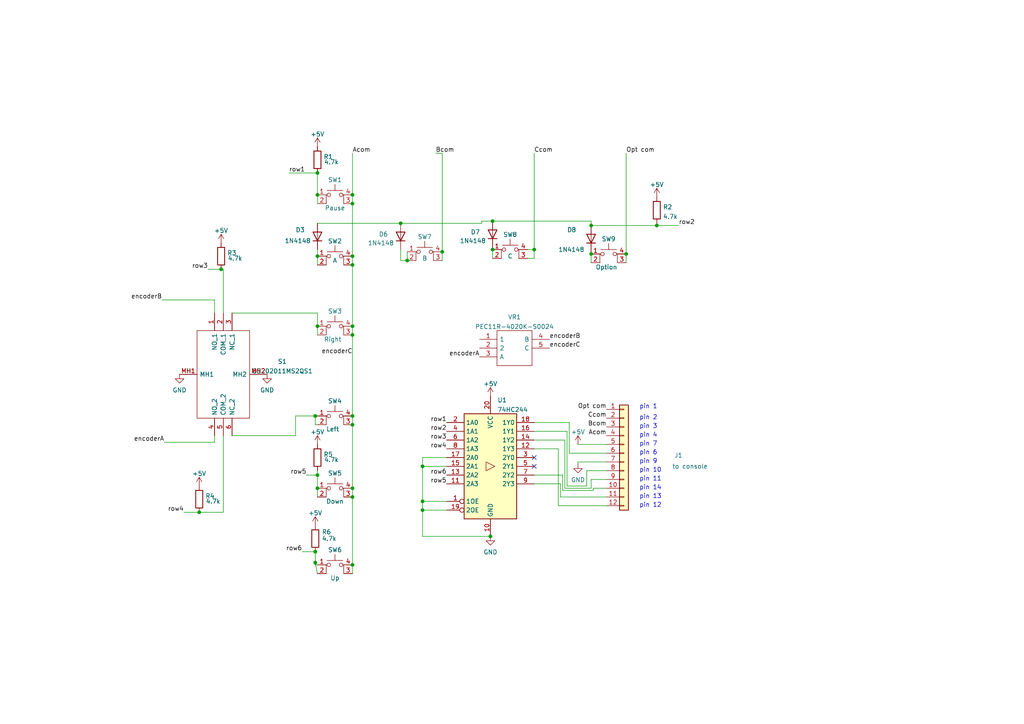
<source format=kicad_sch>
(kicad_sch (version 20211123) (generator eeschema)
  (paper "A4")
  (lib_symbols
    (symbol "74xx:74HC244"
      (property "Reference" "U" (at -7.62 16.51 0))
      (property "Value" "74HC244" (at -7.62 -16.51 0))
      (symbol "74HC244_1_0"
        (polyline (pts (xy 1.27 0) (xy -1.27 1.27) (xy -1.27 -1.27) (xy 1.27 0)) (stroke (width 0.1524)))
        (pin input inverted (at -12.7 -10.16 0) (length 5.08) (name "1OE") (number "1"))
        (pin power_in line (at 0 -20.32 90) (length 5.08) (name "GND") (number "10"))
        (pin input line (at -12.7 -5.08 0) (length 5.08) (name "2A3") (number "11"))
        (pin tri_state line (at 12.7 5.08 180) (length 5.08) (name "1Y3") (number "12"))
        (pin input line (at -12.7 -2.54 0) (length 5.08) (name "2A2") (number "13"))
        (pin tri_state line (at 12.7 7.62 180) (length 5.08) (name "1Y2") (number "14"))
        (pin input line (at -12.7 0 0) (length 5.08) (name "2A1") (number "15"))
        (pin tri_state line (at 12.7 10.16 180) (length 5.08) (name "1Y1") (number "16"))
        (pin input line (at -12.7 2.54 0) (length 5.08) (name "2A0") (number "17"))
        (pin tri_state line (at 12.7 12.7 180) (length 5.08) (name "1Y0") (number "18"))
        (pin input inverted (at -12.7 -12.7 0) (length 5.08) (name "2OE") (number "19"))
        (pin input line (at -12.7 12.7 0) (length 5.08) (name "1A0") (number "2"))
        (pin power_in line (at 0 20.32 270) (length 5.08) (name "VCC") (number "20"))
        (pin tri_state line (at 12.7 2.54 180) (length 5.08) (name "2Y0") (number "3"))
        (pin input line (at -12.7 10.16 0) (length 5.08) (name "1A1") (number "4"))
        (pin tri_state line (at 12.7 0 180) (length 5.08) (name "2Y1") (number "5"))
        (pin input line (at -12.7 7.62 0) (length 5.08) (name "1A2") (number "6"))
        (pin tri_state line (at 12.7 -2.54 180) (length 5.08) (name "2Y2") (number "7"))
        (pin input line (at -12.7 5.08 0) (length 5.08) (name "1A3") (number "8"))
        (pin tri_state line (at 12.7 -5.08 180) (length 5.08) (name "2Y3") (number "9"))
      )
      (symbol "74HC244_1_1"
        (rectangle (start -7.62 15.24) (end 7.62 -15.24) (stroke (width 0.254)) (fill (type background)))
      )
    )
    (symbol "Connector_Generic:Conn_01x12" (pin_names (offset 1.016) hide)
      (property "Reference" "J" (at 0 15.24 0))
      (property "Value" "Conn_01x12" (at 0 -17.78 0))
      (symbol "Conn_01x12_1_1"
        (rectangle (start -1.27 -15.113) (end 0 -15.367) (stroke (width 0.1524)))
        (rectangle (start -1.27 -12.573) (end 0 -12.827) (stroke (width 0.1524)))
        (rectangle (start -1.27 -10.033) (end 0 -10.287) (stroke (width 0.1524)))
        (rectangle (start -1.27 -7.493) (end 0 -7.747) (stroke (width 0.1524)))
        (rectangle (start -1.27 -4.953) (end 0 -5.207) (stroke (width 0.1524)))
        (rectangle (start -1.27 -2.413) (end 0 -2.667) (stroke (width 0.1524)))
        (rectangle (start -1.27 0.127) (end 0 -0.127) (stroke (width 0.1524)))
        (rectangle (start -1.27 2.667) (end 0 2.413) (stroke (width 0.1524)))
        (rectangle (start -1.27 5.207) (end 0 4.953) (stroke (width 0.1524)))
        (rectangle (start -1.27 7.747) (end 0 7.493) (stroke (width 0.1524)))
        (rectangle (start -1.27 10.287) (end 0 10.033) (stroke (width 0.1524)))
        (rectangle (start -1.27 12.827) (end 0 12.573) (stroke (width 0.1524)))
        (rectangle (start -1.27 13.97) (end 1.27 -16.51) (stroke (width 0.254)) (fill (type background)))
        (pin passive line (at -5.08 12.7 0) (length 3.81) (name "Pin_1") (number "1"))
        (pin passive line (at -5.08 -10.16 0) (length 3.81) (name "Pin_10") (number "10"))
        (pin passive line (at -5.08 -12.7 0) (length 3.81) (name "Pin_11") (number "11"))
        (pin passive line (at -5.08 -15.24 0) (length 3.81) (name "Pin_12") (number "12"))
        (pin passive line (at -5.08 10.16 0) (length 3.81) (name "Pin_2") (number "2"))
        (pin passive line (at -5.08 7.62 0) (length 3.81) (name "Pin_3") (number "3"))
        (pin passive line (at -5.08 5.08 0) (length 3.81) (name "Pin_4") (number "4"))
        (pin passive line (at -5.08 2.54 0) (length 3.81) (name "Pin_5") (number "5"))
        (pin passive line (at -5.08 0 0) (length 3.81) (name "Pin_6") (number "6"))
        (pin passive line (at -5.08 -2.54 0) (length 3.81) (name "Pin_7") (number "7"))
        (pin passive line (at -5.08 -5.08 0) (length 3.81) (name "Pin_8") (number "8"))
        (pin passive line (at -5.08 -7.62 0) (length 3.81) (name "Pin_9") (number "9"))
      )
    )
    (symbol "Device:R" (pin_numbers hide) (pin_names (offset 0))
      (property "Reference" "R" (at 2.032 0 90))
      (property "Value" "R" (at 0 0 90))
      (symbol "R_0_1"
        (rectangle (start -1.016 -2.54) (end 1.016 2.54) (stroke (width 0.254)))
      )
      (symbol "R_1_1"
        (pin passive line (at 0 3.81 270) (length 1.27) (name "~") (number "1"))
        (pin passive line (at 0 -3.81 90) (length 1.27) (name "~") (number "2"))
      )
    )
    (symbol "Diode:1N4148" (pin_numbers hide) (pin_names (offset 1.016) hide)
      (property "Reference" "D" (at 0 2.54 0))
      (property "Value" "1N4148" (at 0 -2.54 0))
      (symbol "1N4148_0_1"
        (polyline (pts (xy -1.27 1.27) (xy -1.27 -1.27)) (stroke (width 0.254)))
        (polyline (pts (xy 1.27 0) (xy -1.27 0)))
        (polyline (pts (xy 1.27 1.27) (xy 1.27 -1.27) (xy -1.27 0) (xy 1.27 1.27)) (stroke (width 0.254)))
      )
      (symbol "1N4148_1_1"
        (pin passive line (at -3.81 0 0) (length 2.54) (name "K") (number "1"))
        (pin passive line (at 3.81 0 180) (length 2.54) (name "A") (number "2"))
      )
    )
    (symbol "Switch:SW_MEC_5E" (pin_names (offset 1.016) hide)
      (property "Reference" "SW" (at 0.635 5.715 0))
      (property "Value" "SW_MEC_5E" (at 0 -3.175 0))
      (symbol "SW_MEC_5E_0_1"
        (circle (center -1.778 2.54) (radius 0.508))
        (polyline (pts (xy -2.286 3.81) (xy 2.286 3.81)))
        (polyline (pts (xy 0 3.81) (xy 0 5.588)))
        (polyline (pts (xy -2.54 0) (xy -2.54 2.54) (xy -2.286 2.54)))
        (polyline (pts (xy 2.54 0) (xy 2.54 2.54) (xy 2.286 2.54)))
        (circle (center 1.778 2.54) (radius 0.508))
        (pin passive line (at -5.08 2.54 0) (length 2.54) (name "1") (number "1"))
        (pin passive line (at -5.08 0 0) (length 2.54) (name "2") (number "2"))
        (pin passive line (at 5.08 0 180) (length 2.54) (name "K") (number "3"))
        (pin passive line (at 5.08 2.54 180) (length 2.54) (name "A") (number "4"))
      )
    )
    (symbol "mouser:OS202011MS2QS1" (pin_names (offset 0.762))
      (property "Reference" "S" (at 21.59 17.78 0))
      (property "Value" "OS202011MS2QS1" (at 21.59 15.24 0))
      (symbol "OS202011MS2QS1_0_0"
        (pin passive line (at 10.16 17.78 270) (length 5.08) (name "NO_1") (number "1"))
        (pin passive line (at 12.7 17.78 270) (length 5.08) (name "COM_1") (number "2"))
        (pin passive line (at 15.24 17.78 270) (length 5.08) (name "NC_1") (number "3"))
        (pin passive line (at 10.16 -17.78 90) (length 5.08) (name "NO_2") (number "4"))
        (pin passive line (at 12.7 -17.78 90) (length 5.08) (name "COM_2") (number "5"))
        (pin passive line (at 15.24 -17.78 90) (length 5.08) (name "NC_2") (number "6"))
        (pin passive line (at 0 0 0) (length 5.08) (name "MH1") (number "MH1"))
        (pin passive line (at 25.4 0 180) (length 5.08) (name "MH2") (number "MH2"))
      )
      (symbol "OS202011MS2QS1_0_1"
        (polyline (pts (xy 5.08 12.7) (xy 20.32 12.7) (xy 20.32 -12.7) (xy 5.08 -12.7) (xy 5.08 12.7)) (stroke (width 0.1524)))
      )
    )
    (symbol "mouser:PEC11R-4020K-S0024" (pin_names (offset 0.762))
      (property "Reference" "VR" (at 16.51 7.62 0))
      (property "Value" "PEC11R-4020K-S0024" (at 16.51 5.08 0))
      (symbol "PEC11R-4020K-S0024_0_0"
        (pin passive line (at 0 0 0) (length 5.08) (name "1") (number "1"))
        (pin passive line (at 0 -2.54 0) (length 5.08) (name "2") (number "2"))
        (pin passive line (at 0 -5.08 0) (length 5.08) (name "A") (number "3"))
        (pin passive line (at 20.32 0 180) (length 5.08) (name "B") (number "4"))
        (pin passive line (at 20.32 -2.54 180) (length 5.08) (name "C") (number "5"))
      )
      (symbol "PEC11R-4020K-S0024_0_1"
        (polyline (pts (xy 5.08 2.54) (xy 15.24 2.54) (xy 15.24 -7.62) (xy 5.08 -7.62) (xy 5.08 2.54)) (stroke (width 0.1524)))
      )
    )
    (symbol "power:+5V" (power) (pin_names (offset 0))
      (property "Value" "+5V" (at 0 3.556 0))
      (symbol "+5V_0_1"
        (polyline (pts (xy -0.762 1.27) (xy 0 2.54)))
        (polyline (pts (xy 0 0) (xy 0 2.54)))
        (polyline (pts (xy 0 2.54) (xy 0.762 1.27)))
      )
      (symbol "+5V_1_1"
        (pin power_in line (at 0 0 90) (length 0) hide (name "+5V") (number "1"))
      )
    )
    (symbol "power:GND" (power) (pin_names (offset 0))
      (property "Value" "GND" (at 0 -3.81 0))
      (symbol "GND_0_1"
        (polyline (pts (xy 0 0) (xy 0 -1.27) (xy 1.27 -1.27) (xy 0 -2.54) (xy -1.27 -1.27) (xy 0 -1.27)))
      )
      (symbol "GND_1_1"
        (pin power_in line (at 0 0 270) (length 0) hide (name "GND") (number "1"))
      )
    )
  )
  (junction (at 64.135 78.105))
  (junction (at 91.44 163.195))
  (junction (at 92.075 141.605))
  (junction (at 92.075 56.515))
  (junction (at 102.235 59.055))
  (junction (at 118.11 75.565))
  (junction (at 102.235 97.155))
  (junction (at 181.61 73.66))
  (junction (at 102.235 141.605))
  (junction (at 142.24 155.575))
  (junction (at 102.235 74.295))
  (junction (at 102.235 120.65))
  (junction (at 91.44 120.65))
  (junction (at 92.075 74.295))
  (junction (at 91.44 160.02))
  (junction (at 102.235 123.19))
  (junction (at 92.075 50.165))
  (junction (at 142.875 72.39))
  (junction (at 154.94 72.39))
  (junction (at 122.555 135.255))
  (junction (at 116.205 64.77))
  (junction (at 122.555 147.955))
  (junction (at 102.235 76.835))
  (junction (at 102.235 56.515))
  (junction (at 92.075 137.795))
  (junction (at 171.45 73.66))
  (junction (at 171.45 65.405))
  (junction (at 142.875 64.135))
  (junction (at 102.235 94.615))
  (junction (at 190.5 65.405))
  (junction (at 57.785 148.59))
  (junction (at 122.555 145.415))
  (junction (at 92.075 94.615))
  (junction (at 128.27 73.025))
  (junction (at 102.235 144.145))
  (junction (at 102.235 163.83))
  (no_connect (at 154.94 135.255))
  (no_connect (at 154.94 132.715))
  (wire (pts (xy 154.94 72.39) (xy 154.94 74.93)))
  (wire (pts (xy 122.555 145.415) (xy 122.555 147.955)))
  (wire (pts (xy 175.895 146.685) (xy 161.925 146.685)))
  (wire (pts (xy 116.205 75.565) (xy 116.205 72.39)))
  (wire (pts (xy 122.555 135.255) (xy 129.54 135.255)))
  (wire (pts (xy 64.77 78.105) (xy 64.135 78.105)))
  (wire (pts (xy 102.235 141.605) (xy 102.235 144.145)))
  (wire (pts (xy 102.235 76.835) (xy 102.235 94.615)))
  (wire (pts (xy 102.235 144.145) (xy 102.235 163.83)))
  (wire (pts (xy 92.075 136.525) (xy 92.075 137.795)))
  (wire (pts (xy 175.895 133.985) (xy 167.64 133.985)))
  (wire (pts (xy 62.23 128.27) (xy 62.23 126.365)))
  (wire (pts (xy 164.465 140.97) (xy 164.465 125.095)))
  (wire (pts (xy 47.625 128.27) (xy 62.23 128.27)))
  (wire (pts (xy 60.325 78.105) (xy 64.135 78.105)))
  (wire (pts (xy 170.18 136.525) (xy 170.18 140.97)))
  (wire (pts (xy 165.1 122.555) (xy 154.94 122.555)))
  (wire (pts (xy 163.195 137.795) (xy 154.94 137.795)))
  (wire (pts (xy 122.555 147.955) (xy 129.54 147.955)))
  (wire (pts (xy 163.195 142.24) (xy 163.195 137.795)))
  (wire (pts (xy 92.075 90.805) (xy 92.075 94.615)))
  (wire (pts (xy 102.235 56.515) (xy 102.235 59.055)))
  (wire (pts (xy 102.235 59.055) (xy 102.235 74.295)))
  (wire (pts (xy 154.94 127.635) (xy 163.83 127.635)))
  (wire (pts (xy 122.555 155.575) (xy 122.555 147.955)))
  (wire (pts (xy 116.205 64.77) (xy 139.7 64.77)))
  (wire (pts (xy 175.895 144.145) (xy 162.56 144.145)))
  (wire (pts (xy 92.075 50.165) (xy 92.075 56.515)))
  (wire (pts (xy 85.725 126.365) (xy 85.725 120.65)))
  (wire (pts (xy 139.7 64.77) (xy 139.7 64.135)))
  (wire (pts (xy 170.18 140.97) (xy 164.465 140.97)))
  (wire (pts (xy 118.11 73.025) (xy 118.11 75.565)))
  (wire (pts (xy 175.895 139.065) (xy 171.45 139.065)))
  (wire (pts (xy 128.27 73.025) (xy 128.27 75.565)))
  (wire (pts (xy 128.27 44.45) (xy 128.27 73.025)))
  (wire (pts (xy 181.61 73.66) (xy 181.61 76.2)))
  (wire (pts (xy 46.99 86.995) (xy 62.23 86.995)))
  (wire (pts (xy 92.075 94.615) (xy 92.075 97.155)))
  (wire (pts (xy 91.44 120.65) (xy 92.075 120.65)))
  (wire (pts (xy 142.24 155.575) (xy 122.555 155.575)))
  (wire (pts (xy 142.875 72.39) (xy 142.875 74.93)))
  (wire (pts (xy 92.075 56.515) (xy 92.075 59.055)))
  (wire (pts (xy 102.235 94.615) (xy 102.235 97.155)))
  (wire (pts (xy 171.45 64.135) (xy 171.45 65.405)))
  (wire (pts (xy 162.56 144.145) (xy 162.56 140.335)))
  (wire (pts (xy 172.085 142.24) (xy 163.195 142.24)))
  (wire (pts (xy 67.31 126.365) (xy 85.725 126.365)))
  (wire (pts (xy 139.7 64.135) (xy 142.875 64.135)))
  (wire (pts (xy 64.77 90.805) (xy 64.77 78.105)))
  (wire (pts (xy 53.34 148.59) (xy 57.785 148.59)))
  (wire (pts (xy 142.875 64.135) (xy 171.45 64.135)))
  (wire (pts (xy 190.5 65.405) (xy 190.5 64.77)))
  (wire (pts (xy 165.1 131.445) (xy 165.1 122.555)))
  (wire (pts (xy 171.45 141.605) (xy 163.83 141.605)))
  (wire (pts (xy 153.035 72.39) (xy 154.94 72.39)))
  (wire (pts (xy 102.235 123.19) (xy 102.235 141.605)))
  (wire (pts (xy 92.075 74.295) (xy 92.075 76.835)))
  (wire (pts (xy 122.555 145.415) (xy 129.54 145.415)))
  (wire (pts (xy 64.77 126.365) (xy 64.77 148.59)))
  (wire (pts (xy 181.61 73.66) (xy 181.61 44.45)))
  (wire (pts (xy 62.23 86.995) (xy 62.23 90.805)))
  (wire (pts (xy 92.075 137.795) (xy 92.075 141.605)))
  (wire (pts (xy 92.075 141.605) (xy 92.075 144.145)))
  (wire (pts (xy 171.45 73.025) (xy 171.45 73.66)))
  (wire (pts (xy 91.44 160.02) (xy 91.44 163.195)))
  (wire (pts (xy 92.075 72.39) (xy 92.075 74.295)))
  (wire (pts (xy 164.465 125.095) (xy 154.94 125.095)))
  (wire (pts (xy 87.63 160.02) (xy 91.44 160.02)))
  (wire (pts (xy 142.875 71.755) (xy 142.875 72.39)))
  (wire (pts (xy 91.44 163.195) (xy 92.075 166.37)))
  (wire (pts (xy 162.56 140.335) (xy 154.94 140.335)))
  (wire (pts (xy 91.44 163.195) (xy 91.44 163.83)))
  (wire (pts (xy 85.725 120.65) (xy 91.44 120.65)))
  (wire (pts (xy 154.94 44.45) (xy 154.94 72.39)))
  (wire (pts (xy 102.235 163.83) (xy 102.235 166.37)))
  (wire (pts (xy 175.895 141.605) (xy 172.085 141.605)))
  (wire (pts (xy 92.075 50.165) (xy 83.82 50.165)))
  (wire (pts (xy 64.77 148.59) (xy 57.785 148.59)))
  (wire (pts (xy 161.925 130.175) (xy 154.94 130.175)))
  (wire (pts (xy 122.555 132.715) (xy 122.555 135.255)))
  (wire (pts (xy 122.555 135.255) (xy 122.555 145.415)))
  (wire (pts (xy 126.365 44.45) (xy 128.27 44.45)))
  (wire (pts (xy 92.075 64.77) (xy 116.205 64.77)))
  (wire (pts (xy 167.64 133.985) (xy 167.64 134.62)))
  (wire (pts (xy 129.54 132.715) (xy 122.555 132.715)))
  (wire (pts (xy 175.895 131.445) (xy 165.1 131.445)))
  (wire (pts (xy 102.235 97.155) (xy 102.235 120.65)))
  (wire (pts (xy 154.94 74.93) (xy 153.035 74.93)))
  (wire (pts (xy 161.925 146.685) (xy 161.925 130.175)))
  (wire (pts (xy 167.64 128.905) (xy 175.895 128.905)))
  (wire (pts (xy 175.895 136.525) (xy 170.18 136.525)))
  (wire (pts (xy 67.31 90.805) (xy 92.075 90.805)))
  (wire (pts (xy 190.5 65.405) (xy 196.85 65.405)))
  (wire (pts (xy 102.235 74.295) (xy 102.235 76.835)))
  (wire (pts (xy 102.235 120.65) (xy 102.235 123.19)))
  (wire (pts (xy 118.11 75.565) (xy 116.205 75.565)))
  (wire (pts (xy 92.075 163.83) (xy 91.44 163.83)))
  (wire (pts (xy 171.45 139.065) (xy 171.45 141.605)))
  (wire (pts (xy 163.83 141.605) (xy 163.83 127.635)))
  (wire (pts (xy 92.075 137.795) (xy 88.9 137.795)))
  (wire (pts (xy 171.45 65.405) (xy 190.5 65.405)))
  (wire (pts (xy 92.075 123.19) (xy 91.44 123.19)))
  (wire (pts (xy 91.44 120.65) (xy 91.44 123.19)))
  (wire (pts (xy 172.085 141.605) (xy 172.085 142.24)))
  (wire (pts (xy 171.45 73.66) (xy 171.45 76.2)))
  (wire (pts (xy 102.235 44.45) (xy 102.235 56.515)))
  (text "pin 11" (at 185.42 139.7 0) (effects (font (size 1.27 1.27)) (justify left bottom)))
  (text "pin 3" (at 185.42 124.46 0) (effects (font (size 1.27 1.27)) (justify left bottom)))
  (text "pin 7" (at 185.42 129.54 0) (effects (font (size 1.27 1.27)) (justify left bottom)))
  (text "pin 10" (at 185.42 137.16 0) (effects (font (size 1.27 1.27)) (justify left bottom)))
  (text "pin 2" (at 185.42 121.92 0) (effects (font (size 1.27 1.27)) (justify left bottom)))
  (text "pin 9" (at 185.42 134.62 0) (effects (font (size 1.27 1.27)) (justify left bottom)))
  (text "pin 13" (at 185.42 144.78 0) (effects (font (size 1.27 1.27)) (justify left bottom)))
  (text "pin 6" (at 185.42 132.08 0) (effects (font (size 1.27 1.27)) (justify left bottom)))
  (text "pin 12" (at 185.42 147.32 0) (effects (font (size 1.27 1.27)) (justify left bottom)))
  (text "pin 4" (at 185.42 127 0) (effects (font (size 1.27 1.27)) (justify left bottom)))
  (text "pin 14" (at 185.42 142.24 0) (effects (font (size 1.27 1.27)) (justify left bottom)))
  (text "pin 1" (at 185.42 118.745 0) (effects (font (size 1.27 1.27)) (justify left bottom)))
  (label "encoderB" (at 159.385 98.425 0))
  (label "row5" (at 88.9 137.795 180))
  (label "row1" (at 129.54 122.555 180))
  (label "Bcom" (at 126.365 44.45 0))
  (label "Opt com" (at 175.895 118.745 180))
  (label "Acom" (at 102.235 44.45 0))
  (label "row2" (at 196.85 65.405 0))
  (label "row2" (at 129.54 125.095 180))
  (label "Ccom" (at 154.94 44.45 0))
  (label "Ccom" (at 175.895 121.285 180))
  (label "row5" (at 129.54 140.335 180))
  (label "encoderC" (at 159.385 100.965 0))
  (label "row6" (at 87.63 160.02 180))
  (label "encoderA" (at 47.625 128.27 180))
  (label "row3" (at 60.325 78.105 180))
  (label "Acom" (at 175.895 126.365 180))
  (label "row6" (at 129.54 137.795 180))
  (label "encoderA" (at 139.065 103.505 180))
  (label "Bcom" (at 175.895 123.825 180))
  (label "encoderB" (at 46.99 86.995 180))
  (label "row1" (at 83.82 50.165 0))
  (label "row4" (at 129.54 130.175 180))
  (label "row4" (at 53.34 148.59 180))
  (label "row3" (at 129.54 127.635 180))
  (label "encoderC" (at 102.235 102.87 180))
  (label "Opt com" (at 181.61 44.45 0))
  (symbol (lib_id "mouser:PEC11R-4020K-S0024") (at 139.065 98.425 0) (unit 1)
    (property "Reference" "VR1" (at 149.225 91.9693 0))
    (property "Value" "PEC11R-4020K-S0024" (at 149.225 94.7444 0))
    (property "Footprint" "Evan's misc parts:PEC11R-4XXXK-SXXXX" (effects hide))
    (property "Datasheet" "https://www.bourns.com/docs/Product-Datasheets/PEC11R.pdf" (effects hide))
    (property "Description" "Bourns 24 Pulse Incremental Mechanical Rotary Encoder with a 6 mm Knurl Shaft (Not Indexed), Through Hole" (effects hide))
    (property "Mouser Part Number" "652-PEC11R-4020K-S24" (effects hide))
    (property "Mouser Price/Stock" "https://www.mouser.co.uk/ProductDetail/Bourns/PEC11R-4020K-S0024?qs=Zq5ylnUbLm7F7TcQMKQAfQ%3D%3D" (effects hide))
    (property "Manufacturer_Name" "Bourns" (effects hide))
    (property "Manufacturer_Part_Number" "PEC11R-4020K-S0024" (effects hide))
  )
  (symbol (lib_id "mouser:OS202011MS2QS1") (at 52.07 108.585 0) (unit 1)
    (property "Reference" "S1" (at 81.8891 104.8598 0))
    (property "Value" "OS202011MS2QS1" (at 81.8891 107.6349 0))
    (property "Footprint" "Evan's misc parts:OS202011MS2QS1" (effects hide))
    (property "Description" "Switch Slide ON ON DPDT Top Slide 0.1A 12VDC 10000Cycles PC Pins Bracket Mount/Through Hole Bulk" (effects hide))
    (property "Height" "8.7" (effects hide))
    (property "Mouser Part Number" "611-OS202011MS2QS1" (effects hide))
    (property "Mouser Price/Stock" "https://www.mouser.co.uk/ProductDetail/CK/OS202011MS2QS1?qs=86ySKn7Oc5UsfQ5%2FN%252BBOEA%3D%3D" (effects hide))
    (property "Manufacturer_Name" "C & K COMPONENTS" (effects hide))
    (property "Manufacturer_Part_Number" "OS202011MS2QS1" (effects hide))
  )
  (symbol (lib_id "Device:R") (at 57.785 144.78 0) (unit 1)
    (property "Reference" "R4" (at 59.563 143.8715 0) (effects (justify left)))
    (property "Value" "4.7k" (at 59.69 145.415 0) (effects (justify left)))
    (property "Footprint" "Resistor_SMD:R_0603_1608Metric" (effects hide))
  )
  (symbol (lib_id "74xx:74HC244") (at 142.24 135.255 0) (unit 1)
    (property "Reference" "U1" (at 144.2594 116.0485 0) (effects (justify left)))
    (property "Value" "74HC244" (at 144.2594 118.8236 0) (effects (justify left)))
    (property "Footprint" "Package_DIP:DIP-20_W7.62mm" (effects hide))
    (property "Datasheet" "https://assets.nexperia.com/documents/data-sheet/74HC_HCT244.pdf" (effects hide))
  )
  (symbol (lib_id "Device:R") (at 92.075 46.355 0) (unit 1)
    (property "Reference" "R1" (at 93.853 45.4465 0) (effects (justify left)))
    (property "Value" "4.7k" (at 93.98 46.99 0) (effects (justify left)))
    (property "Footprint" "Resistor_SMD:R_0603_1608Metric" (effects hide))
  )
  (symbol (lib_id "Switch:SW_MEC_5E") (at 97.155 59.055 0) (unit 1)
    (property "Reference" "SW1" (at 97.155 52.1675 0))
    (property "Value" "Pause" (at 97.155 60.325 0))
    (property "Footprint" "Button_Switch_THT:SW_TH_Tactile_Omron_B3F-10xx" (effects hide))
    (property "Datasheet" "http://www.apem.com/int/index.php?controller=attachment&id_attachment=1371" (effects hide))
  )
  (symbol (lib_id "power:GND") (at 77.47 108.585 0) (unit 1)
    (property "Reference" "#PWR?" (effects hide))
    (property "Value" "GND" (at 77.47 113.1475 0))
  )
  (symbol (lib_id "power:GND") (at 142.24 155.575 0) (unit 1)
    (property "Reference" "#PWR0107" (effects hide))
    (property "Value" "GND" (at 142.24 160.1375 0))
  )
  (symbol (lib_id "Switch:SW_MEC_5E") (at 97.155 76.835 0) (unit 1)
    (property "Reference" "SW2" (at 97.155 69.9475 0))
    (property "Value" "A" (at 97.155 75.565 0))
    (property "Footprint" "Button_Switch_THT:SW_TH_Tactile_Omron_B3F-10xx" (effects hide))
    (property "Datasheet" "http://www.apem.com/int/index.php?controller=attachment&id_attachment=1371" (effects hide))
  )
  (symbol (lib_id "Connector_Generic:Conn_01x12") (at 180.975 131.445 0) (unit 1)
    (property "Reference" "J1" (at 195.58 132.08 0) (effects (justify left)))
    (property "Value" "to console" (at 194.945 135.255 0) (effects (justify left)))
    (property "Footprint" "Connector_PinHeader_2.54mm:PinHeader_1x12_P2.54mm_Vertical" (effects hide))
  )
  (symbol (lib_id "power:+5V") (at 142.24 114.935 0) (unit 1)
    (property "Reference" "#PWR0106" (effects hide))
    (property "Value" "+5V" (at 142.24 111.3305 0))
  )
  (symbol (lib_id "Switch:SW_MEC_5E") (at 123.19 75.565 0) (unit 1)
    (property "Reference" "SW7" (at 123.19 68.6775 0))
    (property "Value" "B" (at 123.19 74.93 0))
    (property "Footprint" "Button_Switch_THT:SW_TH_Tactile_Omron_B3F-10xx" (effects hide))
    (property "Datasheet" "http://www.apem.com/int/index.php?controller=attachment&id_attachment=1371" (effects hide))
  )
  (symbol (lib_id "Switch:SW_MEC_5E") (at 97.155 166.37 0) (unit 1)
    (property "Reference" "SW6" (at 97.155 159.4825 0))
    (property "Value" "Up" (at 97.155 167.64 0))
    (property "Footprint" "Button_Switch_THT:SW_TH_Tactile_Omron_B3F-10xx" (effects hide))
    (property "Datasheet" "http://www.apem.com/int/index.php?controller=attachment&id_attachment=1371" (effects hide))
  )
  (symbol (lib_id "power:GND") (at 52.07 108.585 0) (unit 1)
    (property "Reference" "#PWR?" (effects hide))
    (property "Value" "GND" (at 52.07 113.1475 0))
  )
  (symbol (lib_id "Diode:1N4148") (at 92.075 68.58 90) (unit 1)
    (property "Reference" "D3" (at 85.725 66.675 90) (effects (justify right)))
    (property "Value" "1N4148" (at 82.55 69.85 90) (effects (justify right)))
    (property "Footprint" "Diode_THT:D_DO-35_SOD27_P7.62mm_Horizontal" (effects hide))
    (property "Datasheet" "https://assets.nexperia.com/documents/data-sheet/1N4148_1N4448.pdf" (effects hide))
  )
  (symbol (lib_id "power:+5V") (at 57.785 140.97 0) (unit 1)
    (property "Reference" "#PWR0102" (effects hide))
    (property "Value" "+5V" (at 57.785 137.3655 0))
  )
  (symbol (lib_id "Diode:1N4148") (at 116.205 68.58 90) (unit 1)
    (property "Reference" "D6" (at 109.855 67.945 90) (effects (justify right)))
    (property "Value" "1N4148" (at 106.68 70.485 90) (effects (justify right)))
    (property "Footprint" "Diode_THT:D_DO-35_SOD27_P7.62mm_Horizontal" (effects hide))
    (property "Datasheet" "https://assets.nexperia.com/documents/data-sheet/1N4148_1N4448.pdf" (effects hide))
  )
  (symbol (lib_id "power:+5V") (at 64.135 70.485 0) (unit 1)
    (property "Reference" "#PWR0103" (effects hide))
    (property "Value" "+5V" (at 64.135 66.8805 0))
  )
  (symbol (lib_id "Device:R") (at 64.135 74.295 0) (unit 1)
    (property "Reference" "R3" (at 65.913 73.3865 0) (effects (justify left)))
    (property "Value" "4.7k" (at 66.04 74.93 0) (effects (justify left)))
    (property "Footprint" "Resistor_SMD:R_0603_1608Metric" (effects hide))
  )
  (symbol (lib_id "power:+5V") (at 190.5 57.15 0) (unit 1)
    (property "Reference" "#PWR0101" (effects hide))
    (property "Value" "+5V" (at 190.5 53.5455 0))
  )
  (symbol (lib_id "Switch:SW_MEC_5E") (at 97.155 144.145 0) (unit 1)
    (property "Reference" "SW5" (at 97.155 137.2575 0))
    (property "Value" "Down" (at 97.155 145.415 0))
    (property "Footprint" "Button_Switch_THT:SW_TH_Tactile_Omron_B3F-10xx" (effects hide))
    (property "Datasheet" "http://www.apem.com/int/index.php?controller=attachment&id_attachment=1371" (effects hide))
  )
  (symbol (lib_id "Switch:SW_MEC_5E") (at 97.155 123.19 0) (unit 1)
    (property "Reference" "SW4" (at 97.155 116.3025 0))
    (property "Value" "Left" (at 96.52 124.46 0))
    (property "Footprint" "Button_Switch_THT:SW_TH_Tactile_Omron_B3F-10xx" (effects hide))
    (property "Datasheet" "http://www.apem.com/int/index.php?controller=attachment&id_attachment=1371" (effects hide))
  )
  (symbol (lib_id "power:GND") (at 167.64 134.62 0) (unit 1)
    (property "Reference" "#PWR0105" (effects hide))
    (property "Value" "GND" (at 167.64 139.1825 0))
  )
  (symbol (lib_id "Device:R") (at 92.075 132.715 0) (unit 1)
    (property "Reference" "R5" (at 93.853 131.8065 0) (effects (justify left)))
    (property "Value" "4.7k" (at 93.98 133.35 0) (effects (justify left)))
    (property "Footprint" "Resistor_SMD:R_0603_1608Metric" (effects hide))
  )
  (symbol (lib_id "power:+5V") (at 92.075 128.905 0) (unit 1)
    (property "Reference" "#PWR0110" (effects hide))
    (property "Value" "+5V" (at 92.075 125.3005 0))
  )
  (symbol (lib_id "power:+5V") (at 92.075 42.545 0) (unit 1)
    (property "Reference" "#PWR0104" (effects hide))
    (property "Value" "+5V" (at 92.075 38.9405 0))
  )
  (symbol (lib_id "Switch:SW_MEC_5E") (at 147.955 74.93 0) (unit 1)
    (property "Reference" "SW8" (at 147.955 68.0425 0))
    (property "Value" "C" (at 147.955 74.295 0))
    (property "Footprint" "Button_Switch_THT:SW_TH_Tactile_Omron_B3F-10xx" (effects hide))
    (property "Datasheet" "http://www.apem.com/int/index.php?controller=attachment&id_attachment=1371" (effects hide))
  )
  (symbol (lib_id "Switch:SW_MEC_5E") (at 97.155 97.155 0) (unit 1)
    (property "Reference" "SW3" (at 97.155 90.2675 0))
    (property "Value" "Right" (at 96.52 98.425 0))
    (property "Footprint" "Button_Switch_THT:SW_TH_Tactile_Omron_B3F-10xx" (effects hide))
    (property "Datasheet" "http://www.apem.com/int/index.php?controller=attachment&id_attachment=1371" (effects hide))
  )
  (symbol (lib_id "Device:R") (at 190.5 60.96 0) (unit 1)
    (property "Reference" "R2" (at 192.278 60.0515 0) (effects (justify left)))
    (property "Value" "4.7k" (at 192.278 62.8266 0) (effects (justify left)))
    (property "Footprint" "Resistor_SMD:R_0603_1608Metric" (effects hide))
  )
  (symbol (lib_id "Device:R") (at 91.44 156.21 0) (unit 1)
    (property "Reference" "R6" (at 93.345 154.305 0) (effects (justify left)))
    (property "Value" "4.7k" (at 93.345 156.21 0) (effects (justify left)))
    (property "Footprint" "Resistor_SMD:R_0603_1608Metric" (effects hide))
  )
  (symbol (lib_id "Switch:SW_MEC_5E") (at 176.53 76.2 0) (unit 1)
    (property "Reference" "SW9" (at 176.53 69.3125 0))
    (property "Value" "Option" (at 175.895 77.47 0))
    (property "Footprint" "Button_Switch_THT:SW_TH_Tactile_Omron_B3F-10xx" (effects hide))
    (property "Datasheet" "http://www.apem.com/int/index.php?controller=attachment&id_attachment=1371" (effects hide))
  )
  (symbol (lib_id "Diode:1N4148") (at 171.45 69.215 90) (unit 1)
    (property "Reference" "D8" (at 164.465 66.675 90) (effects (justify right)))
    (property "Value" "1N4148" (at 161.925 72.39 90) (effects (justify right)))
    (property "Footprint" "Diode_THT:D_DO-35_SOD27_P7.62mm_Horizontal" (effects hide))
    (property "Datasheet" "https://assets.nexperia.com/documents/data-sheet/1N4148_1N4448.pdf" (effects hide))
  )
  (symbol (lib_id "Diode:1N4148") (at 142.875 67.945 90) (unit 1)
    (property "Reference" "D7" (at 136.525 67.31 90) (effects (justify right)))
    (property "Value" "1N4148" (at 133.35 69.85 90) (effects (justify right)))
    (property "Footprint" "Diode_THT:D_DO-35_SOD27_P7.62mm_Horizontal" (effects hide))
    (property "Datasheet" "https://assets.nexperia.com/documents/data-sheet/1N4148_1N4448.pdf" (effects hide))
  )
  (symbol (lib_id "power:+5V") (at 91.44 152.4 0) (unit 1)
    (property "Reference" "#PWR0109" (effects hide))
    (property "Value" "+5V" (at 91.44 148.7955 0))
  )
  (symbol (lib_id "power:+5V") (at 167.64 128.905 0) (unit 1)
    (property "Reference" "#PWR0108" (effects hide))
    (property "Value" "+5V" (at 167.64 125.3005 0))
  )
)
</source>
